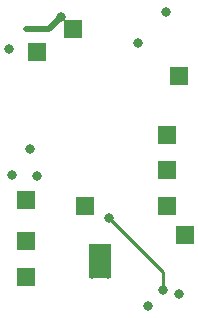
<source format=gbr>
%TF.GenerationSoftware,KiCad,Pcbnew,9.0.2*%
%TF.CreationDate,2025-07-27T20:23:47+02:00*%
%TF.ProjectId,ldo,6c646f2e-6b69-4636-9164-5f7063625858,rev?*%
%TF.SameCoordinates,Original*%
%TF.FileFunction,Copper,L2,Bot*%
%TF.FilePolarity,Positive*%
%FSLAX46Y46*%
G04 Gerber Fmt 4.6, Leading zero omitted, Abs format (unit mm)*
G04 Created by KiCad (PCBNEW 9.0.2) date 2025-07-27 20:23:47*
%MOMM*%
%LPD*%
G01*
G04 APERTURE LIST*
%TA.AperFunction,ComponentPad*%
%ADD10C,0.500000*%
%TD*%
%TA.AperFunction,SMDPad,CuDef*%
%ADD11R,1.900000X2.900000*%
%TD*%
%TA.AperFunction,ComponentPad*%
%ADD12R,1.500000X1.500000*%
%TD*%
%TA.AperFunction,ViaPad*%
%ADD13C,0.800000*%
%TD*%
%TA.AperFunction,Conductor*%
%ADD14C,0.250000*%
%TD*%
%TA.AperFunction,Conductor*%
%ADD15C,0.500000*%
%TD*%
G04 APERTURE END LIST*
D10*
%TO.P,U4,9,GND*%
%TO.N,GND*%
X91500000Y-62900000D03*
X91500000Y-61700000D03*
X91500000Y-60500000D03*
D11*
X90800000Y-61700000D03*
D10*
X90100000Y-62900000D03*
X90100000Y-61700000D03*
X90100000Y-60500000D03*
%TD*%
D12*
%TO.P,ctrl2,1,1*%
%TO.N,Net-(R14-Pad1)*%
X89500000Y-57000000D03*
%TD*%
%TO.P,o1,1,1*%
%TO.N,Net-(U4-OUTA)*%
X96500000Y-57000000D03*
%TD*%
%TO.P,i1,1,1*%
%TO.N,Net-(U4-INA)*%
X84500000Y-60000000D03*
%TD*%
%TO.P,ctrl1,1,1*%
%TO.N,Net-(R12-Pad1)*%
X98000000Y-59500000D03*
%TD*%
%TO.P,o2,1,1*%
%TO.N,Net-(U4-OUTB)*%
X84500000Y-56500000D03*
%TD*%
%TO.P,i2,1,1*%
%TO.N,Net-(U4-INB)*%
X84500000Y-63000000D03*
%TD*%
%TO.P,g2,1,1*%
%TO.N,GND*%
X85500000Y-44000000D03*
%TD*%
%TO.P,g1,1,1*%
%TO.N,GND*%
X88500000Y-42000000D03*
%TD*%
%TO.P,v3,1,1*%
%TO.N,VCC*%
X97500000Y-46000000D03*
%TD*%
%TO.P,tr2,1,1*%
%TO.N,Net-(D1-Pad3)*%
X96500000Y-54000000D03*
%TD*%
%TO.P,tr1,1,1*%
%TO.N,Net-(D1-Pad4)*%
X96500000Y-51000000D03*
%TD*%
D13*
%TO.N,Net-(D1-+)*%
X96161700Y-64149300D03*
X91585000Y-58009700D03*
%TO.N,GND*%
X97500000Y-64500000D03*
X84904600Y-52220200D03*
X85500000Y-54500000D03*
X96373100Y-40561100D03*
X87500000Y-41000000D03*
X83305000Y-54375000D03*
X94840000Y-65447800D03*
X83130000Y-43712000D03*
X94000000Y-43237000D03*
%TD*%
D14*
%TO.N,Net-(D1-+)*%
X96161700Y-62586400D02*
X91585000Y-58009700D01*
X96161700Y-64149300D02*
X96161700Y-62586400D01*
D15*
%TO.N,GND*%
X86500000Y-42000000D02*
X87500000Y-41000000D01*
X84500000Y-42000000D02*
X86500000Y-42000000D01*
%TD*%
M02*

</source>
